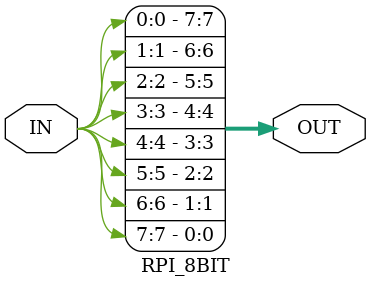
<source format=v>
module DATA_IN_VAR_RPI(
	//
	input [7:0] FPGA_TO_RPI_8BIT_01,
	input [7:0] FPGA_TO_RPI_8BIT_02,
	input [7:0] FPGA_TO_RPI_8BIT_03,
	input [7:0] FPGA_TO_RPI_8BIT_04,
	input [7:0] FPGA_TO_RPI_8BIT_05,
	input [7:0] FPGA_TO_RPI_8BIT_06,
	input [7:0] FPGA_TO_RPI_8BIT_07,
	input [7:0] FPGA_TO_RPI_8BIT_08,
	input [7:0] FPGA_TO_RPI_8BIT_09,
	//
	input [15:0] FPGA_TO_RPI_16BIT_01,
	input [15:0] FPGA_TO_RPI_16BIT_02,
	input [15:0] FPGA_TO_RPI_16BIT_03,
	input [15:0] FPGA_TO_RPI_16BIT_04,
	input [15:0] FPGA_TO_RPI_16BIT_05,
	input [15:0] FPGA_TO_RPI_16BIT_06,
	input [15:0] FPGA_TO_RPI_16BIT_07,
	input [15:0] FPGA_TO_RPI_16BIT_08,
	input [15:0] FPGA_TO_RPI_16BIT_09,
	input [15:0] FPGA_TO_RPI_16BIT_10,
	input [15:0] FPGA_TO_RPI_16BIT_11,
	input [15:0] FPGA_TO_RPI_16BIT_12,
	input [15:0] FPGA_TO_RPI_16BIT_13,
	input [15:0] FPGA_TO_RPI_16BIT_14,
	input [15:0] FPGA_TO_RPI_16BIT_15,
	input [15:0] FPGA_TO_RPI_16BIT_16,
	input [15:0] FPGA_TO_RPI_16BIT_17,
	input [15:0] FPGA_TO_RPI_16BIT_18,
	input [15:0] FPGA_TO_RPI_16BIT_19,
	input [15:0] FPGA_TO_RPI_16BIT_20,
	input [15:0] FPGA_TO_RPI_16BIT_21,
	input [15:0] FPGA_TO_RPI_16BIT_22,
	input [15:0] FPGA_TO_RPI_16BIT_23,
	input [15:0] FPGA_TO_RPI_16BIT_24,
	input [15:0] FPGA_TO_RPI_16BIT_25,
	input [15:0] FPGA_TO_RPI_16BIT_26,
	input [15:0] FPGA_TO_RPI_16BIT_27,
	//
	output [1023:0] DATA
	);
	//
	RPI_8BIT  rpi_8bit_01(FPGA_TO_RPI_8BIT_01[7:0],    DATA[015:008]);
	RPI_8BIT  rpi_8bit_02(FPGA_TO_RPI_8BIT_02[7:0],    DATA[023:016]);
	RPI_8BIT  rpi_8bit_03(FPGA_TO_RPI_8BIT_03[7:0],    DATA[031:024]);
	RPI_8BIT  rpi_8bit_04(FPGA_TO_RPI_8BIT_04[7:0],    DATA[039:032]);
	RPI_8BIT  rpi_8bit_05(FPGA_TO_RPI_8BIT_05[7:0],    DATA[047:040]);
	RPI_8BIT  rpi_8bit_06(FPGA_TO_RPI_8BIT_06[7:0],    DATA[055:048]);
	RPI_8BIT  rpi_8bit_07(FPGA_TO_RPI_8BIT_07[7:0],    DATA[063:056]);
	RPI_8BIT  rpi_8bit_08(FPGA_TO_RPI_8BIT_08[7:0],    DATA[071:064]);
	RPI_8BIT  rpi_8bit_09(FPGA_TO_RPI_8BIT_09[7:0],    DATA[079:072]);
	//
	RPI_16BIT rpi_16bit_01(FPGA_TO_RPI_16BIT_01[15:0], DATA[095:080]);
	RPI_16BIT rpi_16bit_02(FPGA_TO_RPI_16BIT_02[15:0], DATA[111:096]);
	RPI_16BIT rpi_16bit_03(FPGA_TO_RPI_16BIT_03[15:0], DATA[127:112]);
	RPI_16BIT rpi_16bit_04(FPGA_TO_RPI_16BIT_04[15:0], DATA[143:128]);
	RPI_16BIT rpi_16bit_05(FPGA_TO_RPI_16BIT_05[15:0], DATA[159:144]);
	RPI_16BIT rpi_16bit_06(FPGA_TO_RPI_16BIT_06[15:0], DATA[175:160]);
	RPI_16BIT rpi_16bit_07(FPGA_TO_RPI_16BIT_07[15:0], DATA[191:176]);
	RPI_16BIT rpi_16bit_08(FPGA_TO_RPI_16BIT_08[15:0], DATA[207:192]);
	RPI_16BIT rpi_16bit_09(FPGA_TO_RPI_16BIT_09[15:0], DATA[223:208]);
	RPI_16BIT rpi_16bit_10(FPGA_TO_RPI_16BIT_10[15:0], DATA[239:224]);
	RPI_16BIT rpi_16bit_11(FPGA_TO_RPI_16BIT_11[15:0], DATA[255:240]);
	RPI_16BIT rpi_16bit_12(FPGA_TO_RPI_16BIT_12[15:0], DATA[271:256]);
	RPI_16BIT rpi_16bit_13(FPGA_TO_RPI_16BIT_13[15:0], DATA[287:272]);
	RPI_16BIT rpi_16bit_14(FPGA_TO_RPI_16BIT_14[15:0], DATA[303:288]);
	RPI_16BIT rpi_16bit_15(FPGA_TO_RPI_16BIT_15[15:0], DATA[319:304]);
	RPI_16BIT rpi_16bit_16(FPGA_TO_RPI_16BIT_16[15:0], DATA[335:320]);
	RPI_16BIT rpi_16bit_17(FPGA_TO_RPI_16BIT_17[15:0], DATA[351:336]);
	RPI_16BIT rpi_16bit_18(FPGA_TO_RPI_16BIT_18[15:0], DATA[367:352]);
	RPI_16BIT rpi_16bit_19(FPGA_TO_RPI_16BIT_19[15:0], DATA[383:368]);
	RPI_16BIT rpi_16bit_20(FPGA_TO_RPI_16BIT_20[15:0], DATA[399:384]);
	RPI_16BIT rpi_16bit_21(FPGA_TO_RPI_16BIT_21[15:0], DATA[415:400]);
	RPI_16BIT rpi_16bit_22(FPGA_TO_RPI_16BIT_22[15:0], DATA[431:416]);
	RPI_16BIT rpi_16bit_23(FPGA_TO_RPI_16BIT_23[15:0], DATA[447:432]);
	RPI_16BIT rpi_16bit_24(FPGA_TO_RPI_16BIT_24[15:0], DATA[463:448]);
	RPI_16BIT rpi_16bit_25(FPGA_TO_RPI_16BIT_25[15:0], DATA[479:464]);
	RPI_16BIT rpi_16bit_26(FPGA_TO_RPI_16BIT_26[15:0], DATA[495:480]);
	RPI_16BIT rpi_16bit_27(FPGA_TO_RPI_16BIT_27[15:0], DATA[511:496]);
	//
endmodule
////////////////////////////////////////////////////////////////////////////////////////////
module DATA_OUT_VAR_RPI(
	//
	input [1023:0] DATA,
	//
	output [7:0] RPI_TO_FPGA_8BIT_01,
	output [7:0] RPI_TO_FPGA_8BIT_02,
	output [7:0] RPI_TO_FPGA_8BIT_03,
	output [7:0] RPI_TO_FPGA_8BIT_04,
	output [7:0] RPI_TO_FPGA_8BIT_05,
	output [7:0] RPI_TO_FPGA_8BIT_06,
	output [7:0] RPI_TO_FPGA_8BIT_07,
	output [7:0] RPI_TO_FPGA_8BIT_08,
	output [7:0] RPI_TO_FPGA_8BIT_09,
	output [7:0] RPI_TO_FPGA_8BIT_10,
	output [7:0] RPI_TO_FPGA_8BIT_11,
	output [7:0] RPI_TO_FPGA_8BIT_12,
	output [7:0] RPI_TO_FPGA_8BIT_13,
	output [7:0] RPI_TO_FPGA_8BIT_14,
	output [7:0] RPI_TO_FPGA_8BIT_15,
	output [7:0] RPI_TO_FPGA_8BIT_16,
	output [7:0] RPI_TO_FPGA_8BIT_17,
	output [7:0] RPI_TO_FPGA_8BIT_18,
	output [7:0] RPI_TO_FPGA_8BIT_19,
	output [7:0] RPI_TO_FPGA_8BIT_20,
	output [7:0] RPI_TO_FPGA_8BIT_21,
	output [7:0] RPI_TO_FPGA_8BIT_22,
	output [7:0] RPI_TO_FPGA_8BIT_23,
	output [7:0] RPI_TO_FPGA_8BIT_24,
	output [7:0] RPI_TO_FPGA_8BIT_25,
	output [7:0] RPI_TO_FPGA_8BIT_26,
	output [7:0] RPI_TO_FPGA_8BIT_27,
	output [7:0] RPI_TO_FPGA_8BIT_28,
	output [7:0] RPI_TO_FPGA_8BIT_29,
	output [7:0] RPI_TO_FPGA_8BIT_30,
	output [7:0] RPI_TO_FPGA_8BIT_31,
	output [7:0] RPI_TO_FPGA_8BIT_32,
	output [7:0] RPI_TO_FPGA_8BIT_33,
	//
	output [15:0] RPI_TO_FPGA_16BIT_01,
	output [15:0] RPI_TO_FPGA_16BIT_02,
	output [15:0] RPI_TO_FPGA_16BIT_03,
	output [15:0] RPI_TO_FPGA_16BIT_04,
	output [15:0] RPI_TO_FPGA_16BIT_05,
	output [15:0] RPI_TO_FPGA_16BIT_06,
	output [15:0] RPI_TO_FPGA_16BIT_07,
	output [15:0] RPI_TO_FPGA_16BIT_08,
	output [15:0] RPI_TO_FPGA_16BIT_09,
	output [15:0] RPI_TO_FPGA_16BIT_10,
	output [15:0] RPI_TO_FPGA_16BIT_11,
	output [15:0] RPI_TO_FPGA_16BIT_12,
	output [15:0] RPI_TO_FPGA_16BIT_13,
	output [15:0] RPI_TO_FPGA_16BIT_14,
	output [15:0] RPI_TO_FPGA_16BIT_15,
	output [15:0] RPI_TO_FPGA_16BIT_16,
	output [15:0] RPI_TO_FPGA_16BIT_17,
	output [15:0] RPI_TO_FPGA_16BIT_18,
	output [15:0] RPI_TO_FPGA_16BIT_19,
	output [15:0] RPI_TO_FPGA_16BIT_20,
	output [15:0] RPI_TO_FPGA_16BIT_21,
	output [15:0] RPI_TO_FPGA_16BIT_22,
	output [15:0] RPI_TO_FPGA_16BIT_23,
	output [15:0] RPI_TO_FPGA_16BIT_24,
	output [15:0] RPI_TO_FPGA_16BIT_25,
	output [15:0] RPI_TO_FPGA_16BIT_26,
	output [15:0] RPI_TO_FPGA_16BIT_27
	);
	//
	RPI_8BIT rpi_8bit_01(DATA[015:008],   RPI_TO_FPGA_8BIT_01[7:0]);
	RPI_8BIT rpi_8bit_02(DATA[023:016],   RPI_TO_FPGA_8BIT_02[7:0]);
	RPI_8BIT rpi_8bit_03(DATA[031:024],   RPI_TO_FPGA_8BIT_03[7:0]);
	RPI_8BIT rpi_8bit_04(DATA[039:032],   RPI_TO_FPGA_8BIT_04[7:0]);
	RPI_8BIT rpi_8bit_05(DATA[047:040],   RPI_TO_FPGA_8BIT_05[7:0]);
	RPI_8BIT rpi_8bit_06(DATA[055:048],   RPI_TO_FPGA_8BIT_06[7:0]);
	RPI_8BIT rpi_8bit_07(DATA[063:056],   RPI_TO_FPGA_8BIT_07[7:0]);
	RPI_8BIT rpi_8bit_08(DATA[071:064],   RPI_TO_FPGA_8BIT_08[7:0]);
	RPI_8BIT rpi_8bit_09(DATA[079:072],   RPI_TO_FPGA_8BIT_09[7:0]);
	RPI_8BIT rpi_8bit_10(DATA[087:080],   RPI_TO_FPGA_8BIT_10[7:0]);
	RPI_8BIT rpi_8bit_11(DATA[095:088],   RPI_TO_FPGA_8BIT_11[7:0]);
	RPI_8BIT rpi_8bit_12(DATA[103:096],   RPI_TO_FPGA_8BIT_12[7:0]);
	RPI_8BIT rpi_8bit_13(DATA[111:104],   RPI_TO_FPGA_8BIT_13[7:0]);
	RPI_8BIT rpi_8bit_14(DATA[119:112],   RPI_TO_FPGA_8BIT_14[7:0]);
	RPI_8BIT rpi_8bit_15(DATA[127:120],   RPI_TO_FPGA_8BIT_15[7:0]);
	RPI_8BIT rpi_8bit_16(DATA[135:128],   RPI_TO_FPGA_8BIT_16[7:0]);
	RPI_8BIT rpi_8bit_17(DATA[143:136],   RPI_TO_FPGA_8BIT_17[7:0]);
	RPI_8BIT rpi_8bit_18(DATA[151:144],   RPI_TO_FPGA_8BIT_18[7:0]);
	RPI_8BIT rpi_8bit_19(DATA[159:152],   RPI_TO_FPGA_8BIT_19[7:0]);
	RPI_8BIT rpi_8bit_20(DATA[167:160],   RPI_TO_FPGA_8BIT_20[7:0]);
	RPI_8BIT rpi_8bit_21(DATA[175:168],   RPI_TO_FPGA_8BIT_21[7:0]);
	RPI_8BIT rpi_8bit_22(DATA[183:176],   RPI_TO_FPGA_8BIT_22[7:0]);
	RPI_8BIT rpi_8bit_23(DATA[191:184],   RPI_TO_FPGA_8BIT_23[7:0]);
	RPI_8BIT rpi_8bit_24(DATA[199:192],   RPI_TO_FPGA_8BIT_24[7:0]);
	RPI_8BIT rpi_8bit_25(DATA[207:200],   RPI_TO_FPGA_8BIT_25[7:0]);
	RPI_8BIT rpi_8bit_26(DATA[215:208],   RPI_TO_FPGA_8BIT_26[7:0]);
	RPI_8BIT rpi_8bit_27(DATA[223:216],   RPI_TO_FPGA_8BIT_27[7:0]);
	RPI_8BIT rpi_8bit_28(DATA[231:224],   RPI_TO_FPGA_8BIT_28[7:0]);
	RPI_8BIT rpi_8bit_29(DATA[239:232],   RPI_TO_FPGA_8BIT_29[7:0]);
	RPI_8BIT rpi_8bit_30(DATA[247:240],   RPI_TO_FPGA_8BIT_30[7:0]);
	RPI_8BIT rpi_8bit_31(DATA[255:248],   RPI_TO_FPGA_8BIT_31[7:0]);
	RPI_8BIT rpi_8bit_32(DATA[263:256],   RPI_TO_FPGA_8BIT_32[7:0]);
	RPI_8BIT rpi_8bit_33(DATA[271:264],   RPI_TO_FPGA_8BIT_33[7:0]);
	//
	RPI_16BIT rpi_16bit_01(DATA[287:272], RPI_TO_FPGA_16BIT_01[15:0]);
	RPI_16BIT rpi_16bit_02(DATA[303:288], RPI_TO_FPGA_16BIT_02[15:0]);
	RPI_16BIT rpi_16bit_03(DATA[319:304], RPI_TO_FPGA_16BIT_03[15:0]);
	RPI_16BIT rpi_16bit_04(DATA[335:320], RPI_TO_FPGA_16BIT_04[15:0]);
	RPI_16BIT rpi_16bit_05(DATA[351:336], RPI_TO_FPGA_16BIT_05[15:0]);
	RPI_16BIT rpi_16bit_06(DATA[367:352], RPI_TO_FPGA_16BIT_06[15:0]);
	RPI_16BIT rpi_16bit_07(DATA[383:368], RPI_TO_FPGA_16BIT_07[15:0]);
	RPI_16BIT rpi_16bit_08(DATA[399:384], RPI_TO_FPGA_16BIT_08[15:0]);
	RPI_16BIT rpi_16bit_09(DATA[415:400], RPI_TO_FPGA_16BIT_09[15:0]);
	RPI_16BIT rpi_16bit_10(DATA[431:416], RPI_TO_FPGA_16BIT_10[15:0]);
	RPI_16BIT rpi_16bit_11(DATA[447:432], RPI_TO_FPGA_16BIT_11[15:0]);
	RPI_16BIT rpi_16bit_12(DATA[463:448], RPI_TO_FPGA_16BIT_12[15:0]);
	RPI_16BIT rpi_16bit_13(DATA[479:464], RPI_TO_FPGA_16BIT_13[15:0]);
	RPI_16BIT rpi_16bit_14(DATA[495:480], RPI_TO_FPGA_16BIT_14[15:0]);
	RPI_16BIT rpi_16bit_15(DATA[511:496], RPI_TO_FPGA_16BIT_15[15:0]);
	RPI_16BIT rpi_16bit_16(DATA[527:512], RPI_TO_FPGA_16BIT_16[15:0]);
	RPI_16BIT rpi_16bit_17(DATA[543:528], RPI_TO_FPGA_16BIT_17[15:0]);
	RPI_16BIT rpi_16bit_18(DATA[559:544], RPI_TO_FPGA_16BIT_18[15:0]);
	RPI_16BIT rpi_16bit_19(DATA[575:560], RPI_TO_FPGA_16BIT_19[15:0]);
	RPI_16BIT rpi_16bit_20(DATA[591:576], RPI_TO_FPGA_16BIT_20[15:0]);
	RPI_16BIT rpi_16bit_21(DATA[607:592], RPI_TO_FPGA_16BIT_21[15:0]);
	RPI_16BIT rpi_16bit_22(DATA[623:608], RPI_TO_FPGA_16BIT_22[15:0]);
	RPI_16BIT rpi_16bit_23(DATA[639:624], RPI_TO_FPGA_16BIT_23[15:0]);
	RPI_16BIT rpi_16bit_24(DATA[655:640], RPI_TO_FPGA_16BIT_24[15:0]);
	RPI_16BIT rpi_16bit_25(DATA[671:656], RPI_TO_FPGA_16BIT_25[15:0]);
	RPI_16BIT rpi_16bit_26(DATA[687:672], RPI_TO_FPGA_16BIT_26[15:0]);
	RPI_16BIT rpi_16bit_27(DATA[703:688], RPI_TO_FPGA_16BIT_27[15:0]);
	//
	//Prozessabbild: 88 Bytes
endmodule
////////////////////////////////////////////////////////////////////////////////////////////
module RPI_32BIT(
	input [31:0] IN,
	output [31:0] OUT
	);
	//
	RPI_8BIT rpi_8bit_1(IN[31:24], OUT[31:24]);
	RPI_8BIT rpi_8bit_2(IN[23:16], OUT[23:16]);
	RPI_8BIT rpi_8bit_3(IN[15:08], OUT[15:08]);
	RPI_8BIT rpi_8bit_4(IN[07:00], OUT[07:00]);
	//
endmodule
//
module RPI_16BIT(
	input [15:0] IN,
	output [15:0] OUT
	);
	//
	RPI_8BIT rpi_8bit_1(IN[15:08], OUT[15:08]);
	RPI_8BIT rpi_8bit_2(IN[07:00], OUT[07:00]);
	
	//
endmodule
//
module RPI_8BIT(
	input [7:0] IN,
	output [7:0] OUT
	);
	//	
	assign OUT[0] = IN[7];	
	assign OUT[1] = IN[6];	
	assign OUT[2] = IN[5];	
	assign OUT[3] = IN[4];	
	assign OUT[4] = IN[3];	
	assign OUT[5] = IN[2];	
	assign OUT[6] = IN[1];
	assign OUT[7] = IN[0];
	//
endmodule
////////////////////////////////////////////////////////////////////////////////////////////

</source>
